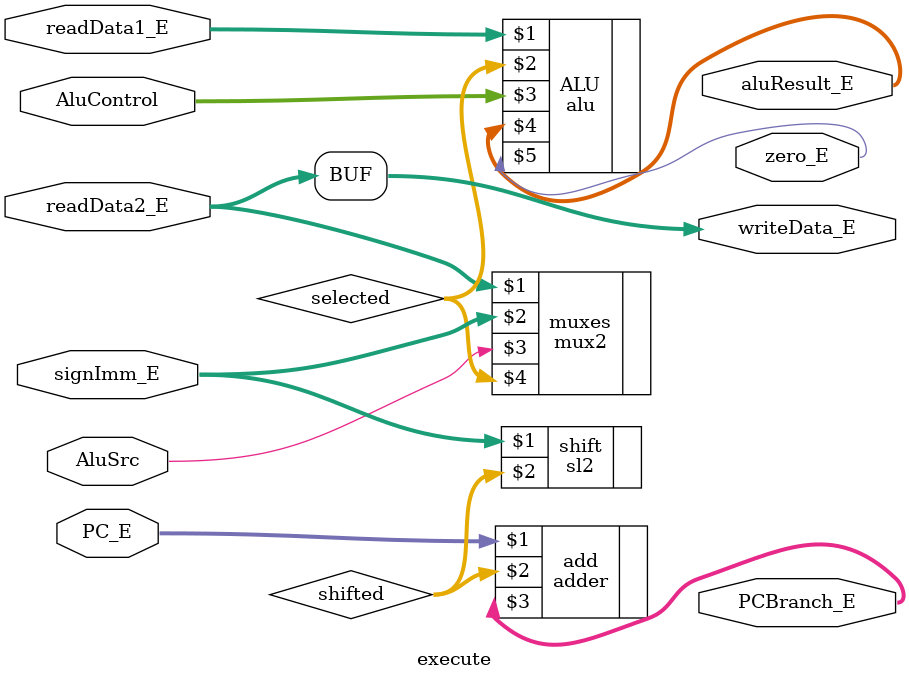
<source format=sv>
module execute #(parameter N = 64)
				(input logic AluSrc,
					input logic [3:0] AluControl,
					input logic [N-1:0] PC_E,signImm_E,readData1_E,readData2_E,
					output logic [N-1:0] PCBranch_E,aluResult_E,writeData_E,
					output logic zero_E);

	logic [N-1:0] shifted, selected;
					
	sl2 #(N) shift (signImm_E,shifted);
					
	adder #(N) add (PC_E,shifted,PCBranch_E);
	
	mux2 #(N) muxes(readData2_E,signImm_E,AluSrc,selected); 
					
	alu ALU(readData1_E,selected,AluControl,aluResult_E,zero_E);
	
	assign writeData_E =readData2_E;

					
endmodule

</source>
